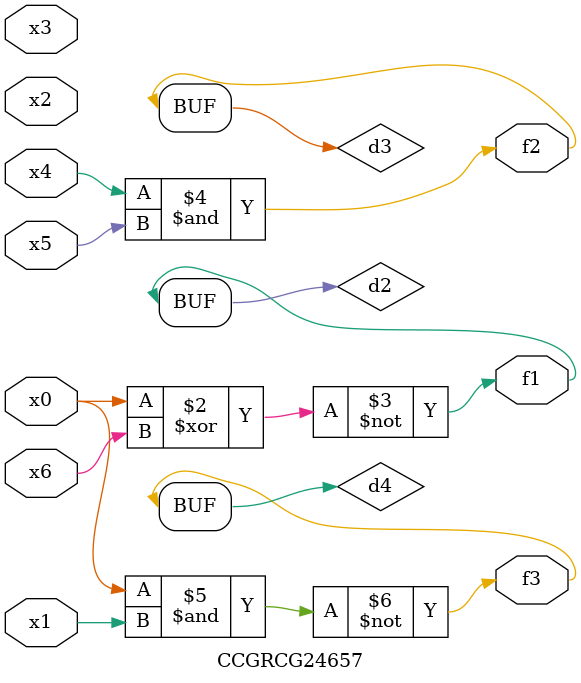
<source format=v>
module CCGRCG24657(
	input x0, x1, x2, x3, x4, x5, x6,
	output f1, f2, f3
);

	wire d1, d2, d3, d4;

	nor (d1, x0);
	xnor (d2, x0, x6);
	and (d3, x4, x5);
	nand (d4, x0, x1);
	assign f1 = d2;
	assign f2 = d3;
	assign f3 = d4;
endmodule

</source>
